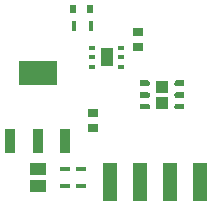
<source format=gtp>
G04*
G04 #@! TF.GenerationSoftware,Altium Limited,Altium Designer,20.2.3 (150)*
G04*
G04 Layer_Color=8421504*
%FSLAX25Y25*%
%MOIN*%
G70*
G04*
G04 #@! TF.SameCoordinates,E3536D8E-EA57-4637-94A7-A09A4E1BA4FE*
G04*
G04*
G04 #@! TF.FilePolarity,Positive*
G04*
G01*
G75*
%ADD15R,0.03937X0.03937*%
%ADD16C,0.01595*%
%ADD17R,0.02165X0.01575*%
%ADD18R,0.04134X0.05906*%
%ADD19R,0.05000X0.12520*%
%ADD20R,0.03347X0.02953*%
%ADD21R,0.02362X0.03150*%
%ADD22R,0.01772X0.03347*%
%ADD23R,0.05315X0.04134*%
%ADD24R,0.03543X0.08268*%
%ADD25R,0.12598X0.08268*%
%ADD26R,0.03347X0.01772*%
G36*
X273581Y421814D02*
X273830Y421565D01*
X273965Y421239D01*
Y421063D01*
Y420887D01*
X273830Y420561D01*
X273581Y420312D01*
X273255Y420177D01*
X273079D01*
Y420177D01*
X270618D01*
Y421949D01*
X273255D01*
X273581Y421814D01*
D02*
G37*
G36*
Y425751D02*
X273830Y425502D01*
X273965Y425176D01*
Y425000D01*
Y424824D01*
X273830Y424498D01*
X273581Y424249D01*
X273255Y424114D01*
X270618D01*
Y425886D01*
X273255D01*
X273581Y425751D01*
D02*
G37*
G36*
Y429688D02*
X273830Y429439D01*
X273965Y429113D01*
Y428937D01*
Y428761D01*
X273830Y428435D01*
X273581Y428186D01*
X273255Y428051D01*
X270618D01*
Y429823D01*
X273079Y429823D01*
X273255D01*
X273581Y429688D01*
D02*
G37*
G36*
X285382Y420177D02*
X282921Y420177D01*
X282745D01*
X282419Y420312D01*
X282170Y420561D01*
X282035Y420887D01*
Y421063D01*
Y421239D01*
X282170Y421565D01*
X282419Y421814D01*
X282745Y421949D01*
X285382D01*
Y420177D01*
D02*
G37*
G36*
Y424114D02*
X282745D01*
X282419Y424249D01*
X282170Y424498D01*
X282035Y424824D01*
Y425000D01*
Y425176D01*
X282170Y425502D01*
X282419Y425751D01*
X282745Y425886D01*
X285382D01*
Y424114D01*
D02*
G37*
G36*
X282921Y429823D02*
X285382D01*
Y428051D01*
X282745D01*
X282419Y428186D01*
X282170Y428435D01*
X282035Y428761D01*
Y428937D01*
Y429113D01*
X282170Y429439D01*
X282419Y429688D01*
X282745Y429823D01*
X282921D01*
Y429823D01*
D02*
G37*
D15*
X278000Y422441D02*
D03*
X278000Y427559D02*
D03*
D16*
X272202Y421063D02*
D03*
Y425000D02*
D03*
X272291Y428937D02*
D03*
X283798D02*
D03*
X284496Y425000D02*
D03*
X283709Y421063D02*
D03*
D17*
X264323Y434350D02*
D03*
X254677Y437500D02*
D03*
Y434350D02*
D03*
X264323Y440650D02*
D03*
X254677D02*
D03*
X264323Y437500D02*
D03*
D18*
X259500D02*
D03*
D19*
X290600Y395869D02*
D03*
X260600D02*
D03*
X280600D02*
D03*
X270600D02*
D03*
D20*
X270000Y446059D02*
D03*
Y440941D02*
D03*
X255000Y413941D02*
D03*
Y419059D02*
D03*
D21*
X248291Y453500D02*
D03*
X254000D02*
D03*
D22*
X248547Y448000D02*
D03*
X254453D02*
D03*
D23*
X236500Y400453D02*
D03*
Y394547D02*
D03*
D24*
Y409780D02*
D03*
X227445D02*
D03*
X245555D02*
D03*
D25*
X236500Y432220D02*
D03*
D26*
X251000Y394547D02*
D03*
Y400453D02*
D03*
X245500Y400406D02*
D03*
Y394500D02*
D03*
M02*

</source>
